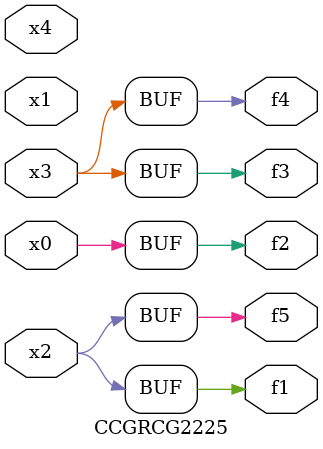
<source format=v>
module CCGRCG2225(
	input x0, x1, x2, x3, x4,
	output f1, f2, f3, f4, f5
);
	assign f1 = x2;
	assign f2 = x0;
	assign f3 = x3;
	assign f4 = x3;
	assign f5 = x2;
endmodule

</source>
